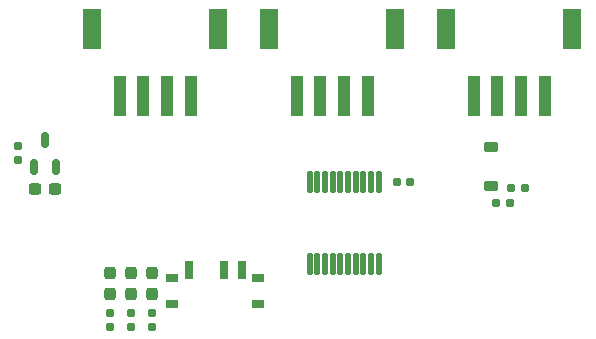
<source format=gbr>
%TF.GenerationSoftware,KiCad,Pcbnew,7.0.7*%
%TF.CreationDate,2024-05-24T10:30:38-07:00*%
%TF.ProjectId,Pinky,50696e6b-792e-46b6-9963-61645f706362,rev?*%
%TF.SameCoordinates,Original*%
%TF.FileFunction,Paste,Top*%
%TF.FilePolarity,Positive*%
%FSLAX46Y46*%
G04 Gerber Fmt 4.6, Leading zero omitted, Abs format (unit mm)*
G04 Created by KiCad (PCBNEW 7.0.7) date 2024-05-24 10:30:38*
%MOMM*%
%LPD*%
G01*
G04 APERTURE LIST*
G04 Aperture macros list*
%AMRoundRect*
0 Rectangle with rounded corners*
0 $1 Rounding radius*
0 $2 $3 $4 $5 $6 $7 $8 $9 X,Y pos of 4 corners*
0 Add a 4 corners polygon primitive as box body*
4,1,4,$2,$3,$4,$5,$6,$7,$8,$9,$2,$3,0*
0 Add four circle primitives for the rounded corners*
1,1,$1+$1,$2,$3*
1,1,$1+$1,$4,$5*
1,1,$1+$1,$6,$7*
1,1,$1+$1,$8,$9*
0 Add four rect primitives between the rounded corners*
20,1,$1+$1,$2,$3,$4,$5,0*
20,1,$1+$1,$4,$5,$6,$7,0*
20,1,$1+$1,$6,$7,$8,$9,0*
20,1,$1+$1,$8,$9,$2,$3,0*%
G04 Aperture macros list end*
%ADD10R,0.990600X3.505200*%
%ADD11R,1.600200X3.505200*%
%ADD12R,1.000000X0.800000*%
%ADD13R,0.700000X1.500000*%
%ADD14RoundRect,0.125000X-0.125000X0.825000X-0.125000X-0.825000X0.125000X-0.825000X0.125000X0.825000X0*%
%ADD15RoundRect,0.155000X-0.212500X-0.155000X0.212500X-0.155000X0.212500X0.155000X-0.212500X0.155000X0*%
%ADD16RoundRect,0.155000X-0.155000X0.212500X-0.155000X-0.212500X0.155000X-0.212500X0.155000X0.212500X0*%
%ADD17RoundRect,0.237500X0.300000X0.237500X-0.300000X0.237500X-0.300000X-0.237500X0.300000X-0.237500X0*%
%ADD18RoundRect,0.150000X0.150000X-0.512500X0.150000X0.512500X-0.150000X0.512500X-0.150000X-0.512500X0*%
%ADD19RoundRect,0.160000X0.160000X-0.197500X0.160000X0.197500X-0.160000X0.197500X-0.160000X-0.197500X0*%
%ADD20RoundRect,0.237500X0.237500X-0.287500X0.237500X0.287500X-0.237500X0.287500X-0.237500X-0.287500X0*%
%ADD21RoundRect,0.160000X-0.197500X-0.160000X0.197500X-0.160000X0.197500X0.160000X-0.197500X0.160000X0*%
%ADD22RoundRect,0.225000X-0.375000X0.225000X-0.375000X-0.225000X0.375000X-0.225000X0.375000X0.225000X0*%
G04 APERTURE END LIST*
D10*
%TO.C,J6*%
X140413999Y-74064701D03*
X138414001Y-74064701D03*
X136414000Y-74064701D03*
X134414001Y-74064701D03*
D11*
X132064001Y-68314699D03*
X142764000Y-68314699D03*
%TD*%
D12*
%TO.C,SW1*%
X138844000Y-89423000D03*
X138844000Y-91633000D03*
X146144000Y-89423000D03*
X146144000Y-91633000D03*
D13*
X140244000Y-88773000D03*
X143244000Y-88773000D03*
X144744000Y-88773000D03*
%TD*%
D14*
%TO.C,IC1*%
X156341000Y-81280000D03*
X155691000Y-81280000D03*
X155041000Y-81280000D03*
X154391000Y-81280000D03*
X153741000Y-81280000D03*
X153091000Y-81280000D03*
X152441000Y-81280000D03*
X151791000Y-81280000D03*
X151141000Y-81280000D03*
X150491000Y-81280000D03*
X150491000Y-88280000D03*
X151141000Y-88280000D03*
X151791000Y-88280000D03*
X152441000Y-88280000D03*
X153091000Y-88280000D03*
X153741000Y-88280000D03*
X154391000Y-88280000D03*
X155041000Y-88280000D03*
X155691000Y-88280000D03*
X156341000Y-88280000D03*
%TD*%
D15*
%TO.C,C2*%
X167580500Y-81788000D03*
X168715500Y-81788000D03*
%TD*%
D16*
%TO.C,C_in1*%
X125796000Y-78305000D03*
X125796000Y-79440000D03*
%TD*%
D10*
%TO.C,J4*%
X170386000Y-74064701D03*
X168386002Y-74064701D03*
X166386001Y-74064701D03*
X164386002Y-74064701D03*
D11*
X162036002Y-68314699D03*
X172736001Y-68314699D03*
%TD*%
D17*
%TO.C,C_out2*%
X128944500Y-81920500D03*
X127219500Y-81920500D03*
%TD*%
D18*
%TO.C,IC2*%
X127132000Y-80010000D03*
X129032000Y-80010000D03*
X128082000Y-77735000D03*
%TD*%
D19*
%TO.C,R6*%
X133604000Y-93561500D03*
X133604000Y-92366500D03*
%TD*%
%TO.C,R7*%
X135382000Y-93561500D03*
X135382000Y-92366500D03*
%TD*%
D20*
%TO.C,D3*%
X133604000Y-90791000D03*
X133604000Y-89041000D03*
%TD*%
D10*
%TO.C,J5*%
X155400000Y-74064701D03*
X153400002Y-74064701D03*
X151400001Y-74064701D03*
X149400002Y-74064701D03*
D11*
X147050002Y-68314699D03*
X157750001Y-68314699D03*
%TD*%
D20*
%TO.C,D4*%
X135382000Y-90791000D03*
X135382000Y-89041000D03*
%TD*%
%TO.C,D2*%
X137160000Y-90791000D03*
X137160000Y-89041000D03*
%TD*%
D15*
%TO.C,C1*%
X157869000Y-81280000D03*
X159004000Y-81280000D03*
%TD*%
D21*
%TO.C,R1*%
X166280500Y-83058000D03*
X167475500Y-83058000D03*
%TD*%
D22*
%TO.C,D1*%
X165862000Y-78360000D03*
X165862000Y-81660000D03*
%TD*%
D19*
%TO.C,R2*%
X137160000Y-93561500D03*
X137160000Y-92366500D03*
%TD*%
M02*

</source>
